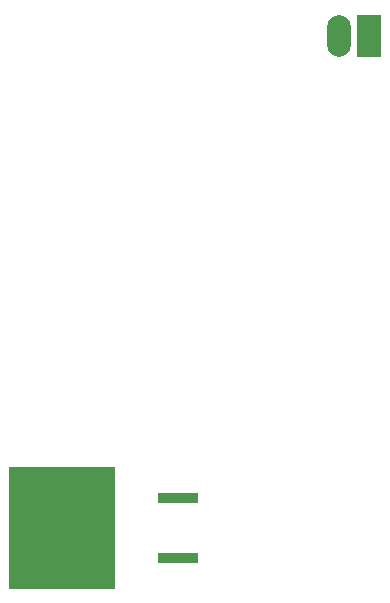
<source format=gbr>
G04*
G04 #@! TF.GenerationSoftware,Altium Limited,Altium Designer,25.0.2 (28)*
G04*
G04 Layer_Color=8421504*
%FSLAX44Y44*%
%MOMM*%
G71*
G04*
G04 #@! TF.SameCoordinates,4711C13A-52D9-45D7-B3A0-D515BE669C82*
G04*
G04*
G04 #@! TF.FilePolarity,Positive*
G04*
G01*
G75*
%ADD14O,2.0000X3.5400*%
%ADD15R,2.0000X3.5400*%
%ADD16R,9.0000X10.3500*%
%ADD17R,3.5000X0.9500*%
D14*
X1090450Y1311300D02*
D03*
D15*
X1115850D02*
D03*
D16*
X856000Y894750D02*
D03*
D17*
X953500Y920150D02*
D03*
Y869350D02*
D03*
M02*

</source>
